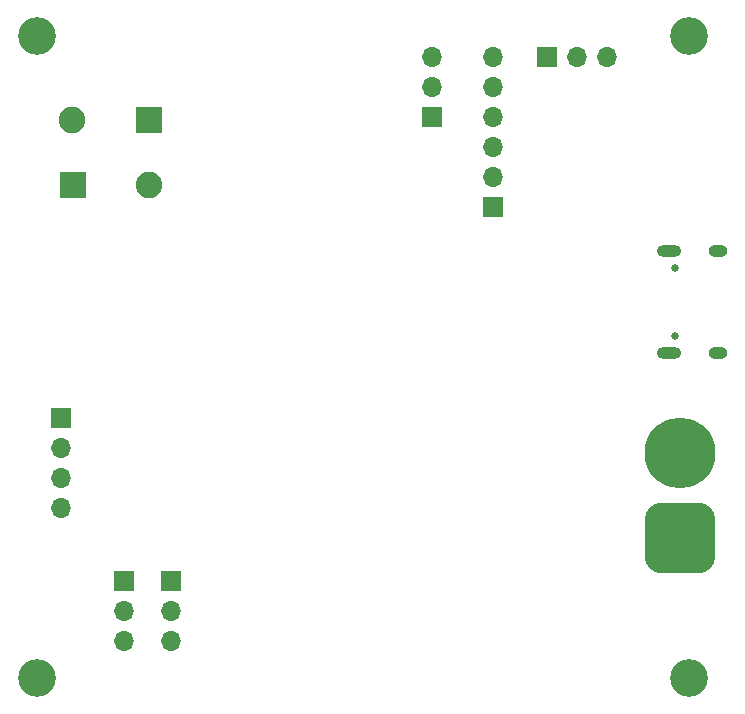
<source format=gbr>
%TF.GenerationSoftware,KiCad,Pcbnew,8.0.5*%
%TF.CreationDate,2024-09-26T23:28:09-07:00*%
%TF.ProjectId,STM32F405 Flight Controller,53544d33-3246-4343-9035-20466c696768,rev?*%
%TF.SameCoordinates,Original*%
%TF.FileFunction,Soldermask,Bot*%
%TF.FilePolarity,Negative*%
%FSLAX46Y46*%
G04 Gerber Fmt 4.6, Leading zero omitted, Abs format (unit mm)*
G04 Created by KiCad (PCBNEW 8.0.5) date 2024-09-26 23:28:09*
%MOMM*%
%LPD*%
G01*
G04 APERTURE LIST*
G04 Aperture macros list*
%AMRoundRect*
0 Rectangle with rounded corners*
0 $1 Rounding radius*
0 $2 $3 $4 $5 $6 $7 $8 $9 X,Y pos of 4 corners*
0 Add a 4 corners polygon primitive as box body*
4,1,4,$2,$3,$4,$5,$6,$7,$8,$9,$2,$3,0*
0 Add four circle primitives for the rounded corners*
1,1,$1+$1,$2,$3*
1,1,$1+$1,$4,$5*
1,1,$1+$1,$6,$7*
1,1,$1+$1,$8,$9*
0 Add four rect primitives between the rounded corners*
20,1,$1+$1,$2,$3,$4,$5,0*
20,1,$1+$1,$4,$5,$6,$7,0*
20,1,$1+$1,$6,$7,$8,$9,0*
20,1,$1+$1,$8,$9,$2,$3,0*%
G04 Aperture macros list end*
%ADD10C,0.650000*%
%ADD11O,2.100000X1.000000*%
%ADD12O,1.600000X1.000000*%
%ADD13R,2.250000X2.250000*%
%ADD14C,2.250000*%
%ADD15R,1.700000X1.700000*%
%ADD16O,1.700000X1.700000*%
%ADD17C,3.200000*%
%ADD18RoundRect,1.500000X1.500000X-1.500000X1.500000X1.500000X-1.500000X1.500000X-1.500000X-1.500000X0*%
%ADD19C,6.000000*%
G04 APERTURE END LIST*
D10*
%TO.C,J1*%
X182720000Y-86870000D03*
X182720000Y-81090000D03*
D11*
X182220000Y-88300000D03*
D12*
X186400000Y-88300000D03*
D11*
X182220000Y-79660000D03*
D12*
X186400000Y-79660000D03*
%TD*%
D13*
%TO.C,SW2*%
X131750000Y-74100000D03*
D14*
X138250000Y-74100000D03*
%TD*%
D15*
%TO.C,J3*%
X136075000Y-107600000D03*
D16*
X136075000Y-110140000D03*
X136075000Y-112680000D03*
%TD*%
D17*
%TO.C,H4*%
X183896000Y-115824000D03*
%TD*%
%TO.C,H2*%
X183896000Y-61468000D03*
%TD*%
D18*
%TO.C,J2*%
X183200000Y-104000000D03*
D19*
X183200000Y-96800000D03*
%TD*%
D17*
%TO.C,H1*%
X128700000Y-61500000D03*
%TD*%
D15*
%TO.C,J7*%
X167300000Y-75900000D03*
D16*
X167300000Y-73360000D03*
X167300000Y-70820000D03*
X167300000Y-68280000D03*
X167300000Y-65740000D03*
X167300000Y-63200000D03*
%TD*%
D15*
%TO.C,J4*%
X140100000Y-107625000D03*
D16*
X140100000Y-110165000D03*
X140100000Y-112705000D03*
%TD*%
D15*
%TO.C,J5*%
X162200000Y-68300000D03*
D16*
X162200000Y-65760000D03*
X162200000Y-63220000D03*
%TD*%
D15*
%TO.C,U6*%
X130800000Y-93820000D03*
D16*
X130800000Y-96360000D03*
X130800000Y-98900000D03*
X130800000Y-101440000D03*
%TD*%
D13*
%TO.C,SW1*%
X138200000Y-68600000D03*
D14*
X131700000Y-68600000D03*
%TD*%
D17*
%TO.C,H3*%
X128700000Y-115800000D03*
%TD*%
D15*
%TO.C,J6*%
X171920000Y-63200000D03*
D16*
X174460000Y-63200000D03*
X177000000Y-63200000D03*
%TD*%
M02*

</source>
